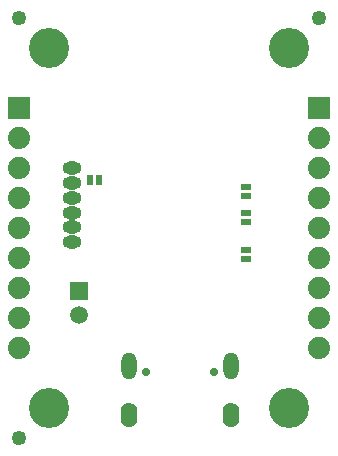
<source format=gbr>
G04 #@! TF.GenerationSoftware,KiCad,Pcbnew,5.1.6-c6e7f7d~87~ubuntu18.04.1*
G04 #@! TF.CreationDate,2022-06-29T16:43:55+03:00*
G04 #@! TF.ProjectId,ESP32-C3-DevKit-Lipo_Rev_A,45535033-322d-4433-932d-4465764b6974,A*
G04 #@! TF.SameCoordinates,Original*
G04 #@! TF.FileFunction,Soldermask,Bot*
G04 #@! TF.FilePolarity,Negative*
%FSLAX46Y46*%
G04 Gerber Fmt 4.6, Leading zero omitted, Abs format (unit mm)*
G04 Created by KiCad (PCBNEW 5.1.6-c6e7f7d~87~ubuntu18.04.1) date 2022-06-29 16:43:55*
%MOMM*%
%LPD*%
G01*
G04 APERTURE LIST*
%ADD10C,1.501600*%
%ADD11R,1.501600X1.501600*%
%ADD12R,0.863600X0.609600*%
%ADD13C,1.254000*%
%ADD14R,0.609600X0.863600*%
%ADD15O,1.601600X1.101600*%
%ADD16C,1.879600*%
%ADD17R,1.879600X1.879600*%
%ADD18C,3.401601*%
%ADD19O,1.301600X2.301600*%
%ADD20C,0.701600*%
%ADD21O,1.401600X2.101600*%
G04 APERTURE END LIST*
D10*
X135872220Y-103870760D03*
D11*
X135869680Y-101841300D03*
D12*
X149987000Y-95250000D03*
X149987000Y-96012000D03*
X149987000Y-93091000D03*
X149987000Y-93853000D03*
X149987000Y-99187000D03*
X149987000Y-98425000D03*
D13*
X130810000Y-114300000D03*
D14*
X136779000Y-92456000D03*
X137541000Y-92456000D03*
D15*
X135255000Y-97740000D03*
X135255000Y-96490000D03*
X135255000Y-95240000D03*
X135255000Y-93990000D03*
X135255000Y-92740000D03*
X135255000Y-91490000D03*
D16*
X130810000Y-106680000D03*
X130810000Y-101600000D03*
X130810000Y-104140000D03*
X130810000Y-99060000D03*
X130810000Y-96520000D03*
D17*
X130810000Y-86360000D03*
D16*
X130810000Y-88900000D03*
X130810000Y-91440000D03*
X130810000Y-93980000D03*
X156210000Y-93980000D03*
X156210000Y-91440000D03*
X156210000Y-88900000D03*
D17*
X156210000Y-86360000D03*
D16*
X156210000Y-96520000D03*
X156210000Y-99060000D03*
X156210000Y-104140000D03*
X156210000Y-101600000D03*
X156210000Y-106680000D03*
D18*
X133350000Y-111760000D03*
X153670000Y-111760000D03*
X153670000Y-81280000D03*
X133350000Y-81280000D03*
D19*
X140079000Y-108222000D03*
D20*
X141509000Y-108722000D03*
D21*
X140079000Y-112402000D03*
X148719000Y-112402000D03*
D19*
X148719000Y-108222000D03*
D20*
X147289000Y-108722000D03*
D13*
X130810000Y-78740000D03*
X156210000Y-78740000D03*
M02*

</source>
